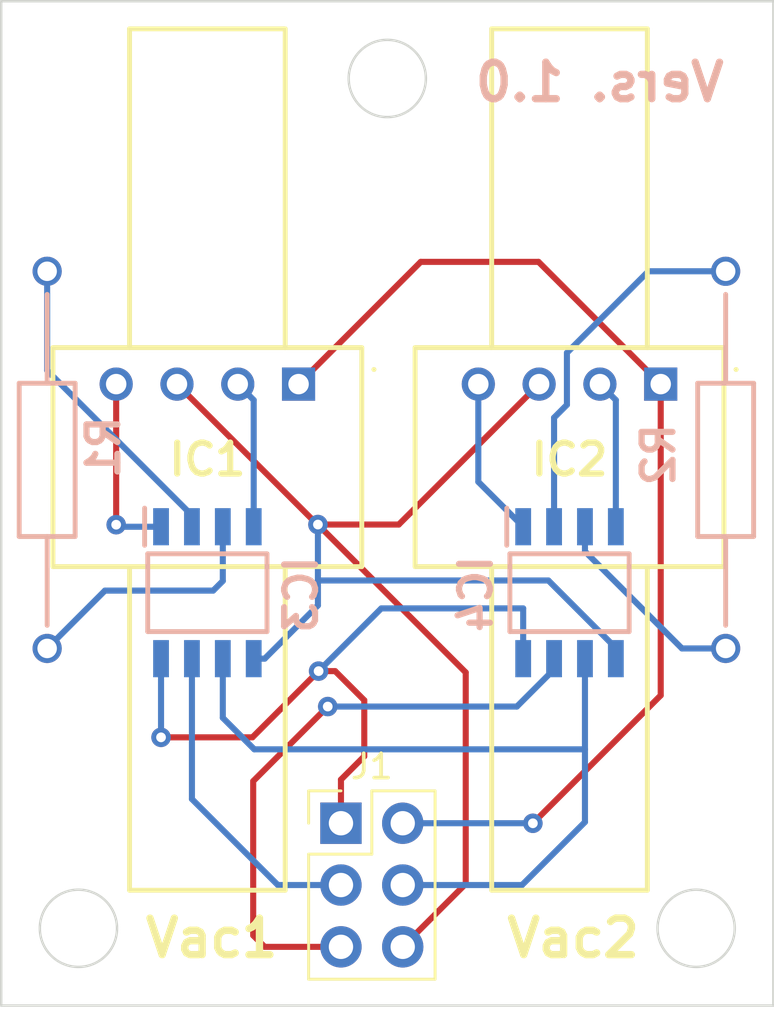
<source format=kicad_pcb>
(kicad_pcb (version 20211014) (generator pcbnew)
  (layers (0 "F.Cu" signal) (31 "B.Cu" signal) (34 "B.Paste" user) (35 "F.Paste" user) (36 "B.SilkS" user "B.Silkscreen") (37 "F.SilkS" user "F.Silkscreen") (38 "B.Mask" user) (39 "F.Mask" user) (44 "Edge.Cuts" user))
  (net 0 "")
  (net 1 "+10V")
  (net 2 "Net-(IC1-Pad2)")
  (net 3 "GND")
  (net 4 "Net-(IC1-Pad4)")
  (net 5 "Net-(IC2-Pad2)")
  (net 6 "Net-(IC2-Pad4)")
  (net 7 "Net-(IC3-Pad2)")
  (net 8 "Net-(IC3-Pad3)")
  (net 9 "+2V5")
  (net 10 "Net-(IC3-Pad7)")
  (net 11 "+5VP")
  (net 12 "Net-(IC4-Pad2)")
  (net 13 "Net-(IC4-Pad3)")
  (net 14 "Net-(IC4-Pad7)")
  (footprint "Samac_Sys:24PCDFA6D" (layer "F.Cu") (at 113.826949 91.935442)
    (fp_text reference "IC1" (at -3.75 3.1) (layer "F.SilkS") (effects (font (size 1.27 1.27) (thickness 0.254))))
    (fp_text value "24PCDFA6D" hide)
    (fp_line (start 3.15 -0.6) (end 3.15 -0.6) (layer "F.SilkS") (width 0.1))
    (fp_line (start -6.95 20.8) (end -0.55 20.8) (layer "F.SilkS") (width 0.2))
    (fp_line (start -0.55 -14.6) (end -0.55 -1.5) (layer "F.SilkS") (width 0.2))
    (fp_line (start -6.95 -14.6) (end -0.55 -14.6) (layer "F.SilkS") (width 0.2))
    (fp_line (start -6.95 7.5) (end -6.95 20.8) (layer "F.SilkS") (width 0.2))
    (fp_line (start 3.05 -0.6) (end 3.05 -0.6) (layer "F.SilkS") (width 0.1))
    (fp_line (start -0.55 20.8) (end -0.55 7.5) (layer "F.SilkS") (width 0.2))
    (fp_line (start 2.6 7.5) (end 2.6 -1.5) (layer "F.SilkS") (width 0.2))
    (fp_line (start 2.6 -1.5) (end -10.1 -1.5) (layer "F.SilkS") (width 0.2))
    (fp_line (start -6.95 -1.5) (end -6.95 -14.6) (layer "F.SilkS") (width 0.2))
    (fp_line (start -10.1 7.5) (end 2.6 7.5) (layer "F.SilkS") (width 0.2))
    (fp_line (start -10.1 -1.5) (end -10.1 7.5) (layer "F.SilkS") (width 0.2))
    (fp_arc (start 3.05 -0.6) (mid 3.1 -0.65) (end 3.15 -0.6) (layer "F.SilkS") (width 0.1))
    (fp_arc (start 3.15 -0.6) (mid 3.1 -0.55) (end 3.05 -0.6) (layer "F.SilkS") (width 0.1))
    (pad "1" thru_hole rect locked (at 0 0) (size 1.365 1.365) (drill 0.84) (layers *.Cu *.Mask) (net 1 "+10V"))
    (pad "2" thru_hole circle locked (at -2.5 0) (size 1.365 1.365) (drill 0.84) (layers *.Cu *.Mask) (net 2 "Net-(IC1-Pad2)"))
    (pad "3" thru_hole circle locked (at -5 0) (size 1.365 1.365) (drill 0.84) (layers *.Cu *.Mask) (net 3 "GND"))
    (pad "4" thru_hole circle locked (at -7.5 0) (size 1.365 1.365) (drill 0.84) (layers *.Cu *.Mask) (net 4 "Net-(IC1-Pad4)"))
  )
  (footprint "Samac_Sys:24PCDFA6D" (layer "F.Cu") (at 128.717951 91.935442)
    (fp_text reference "IC2" (at -3.75 3.1) (layer "F.SilkS") (effects (font (size 1.27 1.27) (thickness 0.254))))
    (fp_text value "24PCDFA6D" hide)
    (fp_line (start -6.95 20.8) (end -0.55 20.8) (layer "F.SilkS") (width 0.2))
    (fp_line (start 3.15 -0.6) (end 3.15 -0.6) (layer "F.SilkS") (width 0.1))
    (fp_line (start -6.95 7.5) (end -6.95 20.8) (layer "F.SilkS") (width 0.2))
    (fp_line (start -0.55 -14.6) (end -0.55 -1.5) (layer "F.SilkS") (width 0.2))
    (fp_line (start 3.05 -0.6) (end 3.05 -0.6) (layer "F.SilkS") (width 0.1))
    (fp_line (start -0.55 20.8) (end -0.55 7.5) (layer "F.SilkS") (width 0.2))
    (fp_line (start -10.1 7.5) (end 2.6 7.5) (layer "F.SilkS") (width 0.2))
    (fp_line (start 2.6 7.5) (end 2.6 -1.5) (layer "F.SilkS") (width 0.2))
    (fp_line (start -10.1 -1.5) (end -10.1 7.5) (layer "F.SilkS") (width 0.2))
    (fp_line (start -6.95 -14.6) (end -0.55 -14.6) (layer "F.SilkS") (width 0.2))
    (fp_line (start 2.6 -1.5) (end -10.1 -1.5) (layer "F.SilkS") (width 0.2))
    (fp_line (start -6.95 -1.5) (end -6.95 -14.6) (layer "F.SilkS") (width 0.2))
    (fp_arc (start 3.05 -0.6) (mid 3.1 -0.65) (end 3.15 -0.6) (layer "F.SilkS") (width 0.1))
    (fp_arc (start 3.15 -0.6) (mid 3.1 -0.55) (end 3.05 -0.6) (layer "F.SilkS") (width 0.1))
    (pad "1" thru_hole rect locked (at 0 0) (size 1.365 1.365) (drill 0.84) (layers *.Cu *.Mask) (net 1 "+10V"))
    (pad "2" thru_hole circle locked (at -2.5 0) (size 1.365 1.365) (drill 0.84) (layers *.Cu *.Mask) (net 5 "Net-(IC2-Pad2)"))
    (pad "3" thru_hole circle locked (at -5 0) (size 1.365 1.365) (drill 0.84) (layers *.Cu *.Mask) (net 3 "GND"))
    (pad "4" thru_hole circle locked (at -7.5 0) (size 1.365 1.365) (drill 0.84) (layers *.Cu *.Mask) (net 6 "Net-(IC2-Pad4)"))
  )
  (footprint "Connector_PinHeader_2.54mm:PinHeader_2x03_P2.54mm_Vertical" (layer "F.Cu") (at 115.57 109.982)
    (fp_text reference "J1" (at 1.27 -2.33) (layer "F.SilkS"))
    (fp_text value "Conn_02x03_Odd_Even")
    (fp_line (start 3.87 -1.33) (end 3.87 6.41) (layer "F.SilkS") (width 0.12))
    (fp_line (start -1.33 6.41) (end 3.87 6.41) (layer "F.SilkS") (width 0.12))
    (fp_line (start 1.27 1.27) (end 1.27 -1.33) (layer "F.SilkS") (width 0.12))
    (fp_line (start -1.33 1.27) (end -1.33 6.41) (layer "F.SilkS") (width 0.12))
    (fp_line (start -1.33 -1.33) (end 0 -1.33) (layer "F.SilkS") (width 0.12))
    (fp_line (start -1.33 1.27) (end 1.27 1.27) (layer "F.SilkS") (width 0.12))
    (fp_line (start -1.33 0) (end -1.33 -1.33) (layer "F.SilkS") (width 0.12))
    (fp_line (start 1.27 -1.33) (end 3.87 -1.33) (layer "F.SilkS") (width 0.12))
    (pad "1" thru_hole rect locked (at 0 0) (size 1.7 1.7) (drill 1) (layers *.Cu *.Mask) (net 11 "+5VP"))
    (pad "2" thru_hole oval locked (at 2.54 0) (size 1.7 1.7) (drill 1) (layers *.Cu *.Mask) (net 1 "+10V"))
    (pad "3" thru_hole oval locked (at 0 2.54) (size 1.7 1.7) (drill 1) (layers *.Cu *.Mask) (net 10 "Net-(IC3-Pad7)"))
    (pad "4" thru_hole oval locked (at 2.54 2.54) (size 1.7 1.7) (drill 1) (layers *.Cu *.Mask) (net 9 "+2V5"))
    (pad "5" thru_hole oval locked (at 0 5.08) (size 1.7 1.7) (drill 1) (layers *.Cu *.Mask) (net 14 "Net-(IC4-Pad7)"))
    (pad "6" thru_hole oval locked (at 2.54 5.08) (size 1.7 1.7) (drill 1) (layers *.Cu *.Mask) (net 3 "GND"))
  )
  (footprint "Samac_Sys:RESAD1550W60L630D230" (layer "B.Cu") (at 131.388728 87.298483 -90)
    (fp_text reference "R2" (at 7.537565 2.761646 90) (layer "B.SilkS") (effects (font (size 1.27 1.27) (thickness 0.254)) (justify mirror)))
    (fp_text value "YR1B665RCC" hide)
    (fp_line (start 10.9 -1.15) (end 4.6 -1.15) (layer "B.SilkS") (width 0.2))
    (fp_line (start 4.6 -1.15) (end 4.6 1.15) (layer "B.SilkS") (width 0.2))
    (fp_line (start 10.9 0) (end 14.55 0) (layer "B.SilkS") (width 0.2))
    (fp_line (start 10.9 1.15) (end 10.9 -1.15) (layer "B.SilkS") (width 0.2))
    (fp_line (start 0.95 0) (end 4.6 0) (layer "B.SilkS") (width 0.2))
    (fp_line (start 4.6 1.15) (end 10.9 1.15) (layer "B.SilkS") (width 0.2))
    (pad "1" thru_hole circle locked (at 0 0 270) (size 1.2 1.2) (drill 0.8) (layers *.Cu *.Mask) (net 12 "Net-(IC4-Pad2)"))
    (pad "2" thru_hole circle locked (at 15.5 0 270) (size 1.2 1.2) (drill 0.8) (layers *.Cu *.Mask) (net 13 "Net-(IC4-Pad3)"))
  )
  (footprint "Samac_Sys:SOIC127P600X175-8N" (layer "B.Cu") (at 124.967951 100.507601 -90)
    (fp_text reference "IC4" (at 0.053273 3.847363 90) (layer "B.SilkS") (effects (font (size 1.27 1.27) (thickness 0.254)) (justify mirror)))
    (fp_text value "INA849DR" hide)
    (fp_line (start 1.598 -2.452) (end -1.598 -2.452) (layer "B.SilkS") (width 0.2))
    (fp_line (start -1.598 -2.452) (end -1.598 2.452) (layer "B.SilkS") (width 0.2))
    (fp_line (start -1.598 2.452) (end 1.598 2.452) (layer "B.SilkS") (width 0.2))
    (fp_line (start 1.598 2.452) (end 1.598 -2.452) (layer "B.SilkS") (width 0.2))
    (fp_line (start -3.475 2.58) (end -1.948 2.58) (layer "B.SilkS") (width 0.2))
    (pad "1" smd rect locked (at -2.711 1.905 180) (size 0.65 1.528) (layers "B.Cu" "B.Paste" "B.Mask") (net 6 "Net-(IC2-Pad4)"))
    (pad "2" smd rect locked (at -2.711 0.635 180) (size 0.65 1.528) (layers "B.Cu" "B.Paste" "B.Mask") (net 12 "Net-(IC4-Pad2)"))
    (pad "3" smd rect locked (at -2.711 -0.635 180) (size 0.65 1.528) (layers "B.Cu" "B.Paste" "B.Mask") (net 13 "Net-(IC4-Pad3)"))
    (pad "4" smd rect locked (at -2.711 -1.905 180) (size 0.65 1.528) (layers "B.Cu" "B.Paste" "B.Mask") (net 5 "Net-(IC2-Pad2)"))
    (pad "5" smd rect locked (at 2.711 -1.905 180) (size 0.65 1.528) (layers "B.Cu" "B.Paste" "B.Mask") (net 3 "GND"))
    (pad "6" smd rect locked (at 2.711 -0.635 180) (size 0.65 1.528) (layers "B.Cu" "B.Paste" "B.Mask") (net 9 "+2V5"))
    (pad "7" smd rect locked (at 2.711 0.635 180) (size 0.65 1.528) (layers "B.Cu" "B.Paste" "B.Mask") (net 14 "Net-(IC4-Pad7)"))
    (pad "8" smd rect locked (at 2.711 1.905 180) (size 0.65 1.528) (layers "B.Cu" "B.Paste" "B.Mask") (net 11 "+5VP"))
  )
  (footprint "Samac_Sys:SOIC127P600X175-8N" (layer "B.Cu") (at 110.076949 100.507601 -90)
    (fp_text reference "IC3" (at 0.07938 -3.852824 90) (layer "B.SilkS") (effects (font (size 1.27 1.27) (thickness 0.254)) (justify mirror)))
    (fp_text value "INA849DR" hide)
    (fp_line (start -1.598 2.452) (end 1.598 2.452) (layer "B.SilkS") (width 0.2))
    (fp_line (start -1.598 -2.452) (end -1.598 2.452) (layer "B.SilkS") (width 0.2))
    (fp_line (start 1.598 -2.452) (end -1.598 -2.452) (layer "B.SilkS") (width 0.2))
    (fp_line (start 1.598 2.452) (end 1.598 -2.452) (layer "B.SilkS") (width 0.2))
    (fp_line (start -3.475 2.58) (end -1.948 2.58) (layer "B.SilkS") (width 0.2))
    (pad "1" smd rect locked (at -2.711 1.905 180) (size 0.65 1.528) (layers "B.Cu" "B.Paste" "B.Mask") (net 4 "Net-(IC1-Pad4)"))
    (pad "2" smd rect locked (at -2.711 0.635 180) (size 0.65 1.528) (layers "B.Cu" "B.Paste" "B.Mask") (net 7 "Net-(IC3-Pad2)"))
    (pad "3" smd rect locked (at -2.711 -0.635 180) (size 0.65 1.528) (layers "B.Cu" "B.Paste" "B.Mask") (net 8 "Net-(IC3-Pad3)"))
    (pad "4" smd rect locked (at -2.711 -1.905 180) (size 0.65 1.528) (layers "B.Cu" "B.Paste" "B.Mask") (net 2 "Net-(IC1-Pad2)"))
    (pad "5" smd rect locked (at 2.711 -1.905 180) (size 0.65 1.528) (layers "B.Cu" "B.Paste" "B.Mask") (net 3 "GND"))
    (pad "6" smd rect locked (at 2.711 -0.635 180) (size 0.65 1.528) (layers "B.Cu" "B.Paste" "B.Mask") (net 9 "+2V5"))
    (pad "7" smd rect locked (at 2.711 0.635 180) (size 0.65 1.528) (layers "B.Cu" "B.Paste" "B.Mask") (net 10 "Net-(IC3-Pad7)"))
    (pad "8" smd rect locked (at 2.711 1.905 180) (size 0.65 1.528) (layers "B.Cu" "B.Paste" "B.Mask") (net 11 "+5VP"))
  )
  (footprint "Samac_Sys:RESAD1550W60L630D230" (layer "B.Cu") (at 103.489017 87.298483 -90)
    (fp_text reference "R1" (at 7.230716 -2.313174 90) (layer "B.SilkS") (effects (font (size 1.27 1.27) (thickness 0.254)) (justify mirror)))
    (fp_text value "YR1B665RCC" hide)
    (fp_line (start 10.9 1.15) (end 10.9 -1.15) (layer "B.SilkS") (width 0.2))
    (fp_line (start 0.95 0) (end 4.6 0) (layer "B.SilkS") (width 0.2))
    (fp_line (start 10.9 -1.15) (end 4.6 -1.15) (layer "B.SilkS") (width 0.2))
    (fp_line (start 10.9 0) (end 14.55 0) (layer "B.SilkS") (width 0.2))
    (fp_line (start 4.6 -1.15) (end 4.6 1.15) (layer "B.SilkS") (width 0.2))
    (fp_line (start 4.6 1.15) (end 10.9 1.15) (layer "B.SilkS") (width 0.2))
    (pad "1" thru_hole circle locked (at 0 0 270) (size 1.2 1.2) (drill 0.8) (layers *.Cu *.Mask) (net 7 "Net-(IC3-Pad2)"))
    (pad "2" thru_hole circle locked (at 15.5 0 270) (size 1.2 1.2) (drill 0.8) (layers *.Cu *.Mask) (net 8 "Net-(IC3-Pad3)"))
  )
  (gr_line (start 133.35 117.475) (end 133.35 76.2) (layer "Edge.Cuts") (width 0.1))
  (gr_circle (center 104.775 114.3) (end 106.3625 114.3) (layer "Edge.Cuts") (width 0.1) (fill none))
  (gr_circle (center 117.475 79.375) (end 119.0625 79.375) (layer "Edge.Cuts") (width 0.1) (fill none))
  (gr_line (start 101.6 76.2) (end 101.6 117.475) (layer "Edge.Cuts") (width 0.1))
  (gr_line (start 133.35 76.2) (end 101.6 76.2) (layer "Edge.Cuts") (width 0.1))
  (gr_circle (center 130.175 114.3) (end 131.7625 114.3) (layer "Edge.Cuts") (width 0.1) (fill none))
  (gr_line (start 101.6 117.475) (end 133.35 117.475) (layer "Edge.Cuts") (width 0.1))
  (gr_text "Vers. 1.0" (at 126.207531 79.527241) (layer "B.SilkS") (effects (font (size 1.5 1.5) (thickness 0.3)) (justify mirror)))
  (gr_text "Vac2" (at 125.118915 114.703544) (layer "F.SilkS") (effects (font (size 1.5 1.5) (thickness 0.3))))
  (gr_text "Vac1" (at 110.253999 114.703544) (layer "F.SilkS") (effects (font (size 1.5 1.5) (thickness 0.3))))
  (segment (start 118.850293 86.912098) (end 123.694607 86.912098) (width 0.25) (layer "F.Cu") (net 1))
  (segment (start 123.694607 86.912098) (end 128.717951 91.935442) (width 0.25) (layer "F.Cu") (net 1))
  (segment (start 128.717951 104.727731) (end 123.461404 109.984278) (width 0.25) (layer "F.Cu") (net 1))
  (segment (start 128.717951 91.935442) (end 128.717951 104.727731) (width 0.25) (layer "F.Cu") (net 1))
  (segment (start 113.826949 91.935442) (end 118.850293 86.912098) (width 0.25) (layer "F.Cu") (net 1))
  (via (at 123.461404 109.984278) (size 0.8) (drill 0.4) (layers "F.Cu" "B.Cu") (net 1))
  (segment (start 123.461404 109.984278) (end 123.459126 109.982) (width 0.25) (layer "B.Cu") (net 1))
  (segment (start 123.459126 109.982) (end 118.11 109.982) (width 0.25) (layer "B.Cu") (net 1))
  (segment (start 111.981949 97.796601) (end 111.981949 92.590442) (width 0.25) (layer "B.Cu") (net 2))
  (segment (start 111.981949 92.590442) (end 111.326949 91.935442) (width 0.25) (layer "B.Cu") (net 2))
  (segment (start 120.700254 112.471746) (end 118.11 115.062) (width 0.25) (layer "F.Cu") (net 3))
  (segment (start 120.700254 103.784645) (end 114.622654 97.707045) (width 0.25) (layer "F.Cu") (net 3))
  (segment (start 114.598552 97.707045) (end 114.622654 97.707045) (width 0.25) (layer "F.Cu") (net 3))
  (segment (start 117.946348 97.707045) (end 114.622654 97.707045) (width 0.25) (layer "F.Cu") (net 3))
  (segment (start 123.717951 91.935442) (end 117.946348 97.707045) (width 0.25) (layer "F.Cu") (net 3))
  (segment (start 108.826949 91.935442) (end 114.598552 97.707045) (width 0.25) (layer "F.Cu") (net 3))
  (segment (start 120.700254 103.784645) (end 120.700254 112.471746) (width 0.25) (layer "F.Cu") (net 3))
  (via (at 114.622654 97.707045) (size 0.8) (drill 0.4) (layers "F.Cu" "B.Cu") (net 3))
  (segment (start 126.872951 102.779601) (end 124.099294 100.005944) (width 0.25) (layer "B.Cu") (net 3))
  (segment (start 111.981949 103.218601) (end 112.434792 103.218601) (width 0.25) (layer "B.Cu") (net 3))
  (segment (start 126.872951 103.218601) (end 126.872951 102.750579) (width 0.25) (layer "B.Cu") (net 3))
  (segment (start 124.099294 100.005944) (end 114.622654 100.005944) (width 0.25) (layer "B.Cu") (net 3))
  (segment (start 126.872951 103.218601) (end 126.872951 102.779601) (width 0.25) (layer "B.Cu") (net 3))
  (segment (start 114.622654 100.005944) (end 114.622654 97.707045) (width 0.25) (layer "B.Cu") (net 3))
  (segment (start 112.434792 103.218601) (end 114.622654 101.030739) (width 0.25) (layer "B.Cu") (net 3))
  (segment (start 114.622654 101.030739) (end 114.622654 100.005944) (width 0.25) (layer "B.Cu") (net 3))
  (segment (start 106.326949 91.935442) (end 106.326949 97.713633) (width 0.25) (layer "F.Cu") (net 4))
  (via (at 106.326949 97.713633) (size 0.8) (drill 0.4) (layers "F.Cu" "B.Cu") (net 4))
  (segment (start 106.409917 97.796601) (end 106.326949 97.713633) (width 0.25) (layer "B.Cu") (net 4))
  (segment (start 108.171949 97.796601) (end 106.409917 97.796601) (width 0.25) (layer "B.Cu") (net 4))
  (segment (start 126.872951 92.590442) (end 126.217951 91.935442) (width 0.25) (layer "B.Cu") (net 5))
  (segment (start 126.872951 97.796601) (end 126.872951 92.590442) (width 0.25) (layer "B.Cu") (net 5))
  (segment (start 121.217951 91.935442) (end 121.217951 95.951601) (width 0.25) (layer "B.Cu") (net 6))
  (segment (start 121.217951 95.951601) (end 123.062951 97.796601) (width 0.25) (layer "B.Cu") (net 6))
  (segment (start 103.489017 91.375647) (end 109.441949 97.328579) (width 0.25) (layer "B.Cu") (net 7))
  (segment (start 103.489017 87.298483) (end 103.489017 91.375647) (width 0.25) (layer "B.Cu") (net 7))
  (segment (start 109.441949 97.328579) (end 109.441949 97.796601) (width 0.25) (layer "B.Cu") (net 7))
  (segment (start 110.711949 100.026098) (end 110.711949 97.796601) (width 0.25) (layer "B.Cu") (net 8))
  (segment (start 110.316501 100.421546) (end 110.711949 100.026098) (width 0.25) (layer "B.Cu") (net 8))
  (segment (start 103.489017 102.798483) (end 105.865954 100.421546) (width 0.25) (layer "B.Cu") (net 8))
  (segment (start 105.865954 100.421546) (end 110.316501 100.421546) (width 0.25) (layer "B.Cu") (net 8))
  (segment (start 110.711949 103.218601) (end 110.711949 105.650431) (width 0.25) (layer "B.Cu") (net 9))
  (segment (start 118.11 112.522) (end 123.013732 112.522) (width 0.25) (layer "B.Cu") (net 9))
  (segment (start 112.006131 106.944613) (end 125.602951 106.944613) (width 0.25) (layer "B.Cu") (net 9))
  (segment (start 110.711949 105.650431) (end 112.006131 106.944613) (width 0.25) (layer "B.Cu") (net 9))
  (segment (start 125.602951 109.932781) (end 125.602951 106.944613) (width 0.25) (layer "B.Cu") (net 9))
  (segment (start 125.602951 106.944613) (end 125.602951 103.218601) (width 0.25) (layer "B.Cu") (net 9))
  (segment (start 123.013732 112.522) (end 125.602951 109.932781) (width 0.25) (layer "B.Cu") (net 9))
  (segment (start 112.975583 112.522) (end 115.57 112.522) (width 0.25) (layer "B.Cu") (net 10))
  (segment (start 109.441949 108.988366) (end 112.975583 112.522) (width 0.25) (layer "B.Cu") (net 10))
  (segment (start 109.441949 103.218601) (end 109.441949 108.988366) (width 0.25) (layer "B.Cu") (net 10))
  (segment (start 115.57 108.189089) (end 115.57 109.982) (width 0.25) (layer "F.Cu") (net 11))
  (segment (start 111.929274 106.452144) (end 114.650733 103.730685) (width 0.25) (layer "F.Cu") (net 11))
  (segment (start 114.650733 103.730685) (end 115.331748 103.730685) (width 0.25) (layer "F.Cu") (net 11))
  (segment (start 108.171949 106.452144) (end 111.929274 106.452144) (width 0.25) (layer "F.Cu") (net 11))
  (segment (start 116.529395 107.229694) (end 115.57 108.189089) (width 0.25) (layer "F.Cu") (net 11))
  (segment (start 115.331748 103.730685) (end 116.529395 104.928332) (width 0.25) (layer "F.Cu") (net 11))
  (segment (start 116.529395 104.928332) (end 116.529395 107.229694) (width 0.25) (layer "F.Cu") (net 11))
  (via (at 114.650733 103.730685) (size 0.8) (drill 0.4) (layers "F.Cu" "B.Cu") (net 11))
  (via (at 108.171949 106.452144) (size 0.8) (drill 0.4) (layers "F.Cu" "B.Cu") (net 11))
  (segment (start 117.22869 101.152728) (end 114.650733 103.730685) (width 0.25) (layer "B.Cu") (net 11))
  (segment (start 123.062951 101.152728) (end 117.22869 101.152728) (width 0.25) (layer "B.Cu") (net 11))
  (segment (start 123.062951 103.218601) (end 123.062951 101.152728) (width 0.25) (layer "B.Cu") (net 11))
  (segment (start 108.171949 103.218601) (end 108.171949 106.452144) (width 0.25) (layer "B.Cu") (net 11))
  (segment (start 124.861439 90.648735) (end 128.211691 87.298483) (width 0.25) (layer "B.Cu") (net 12))
  (segment (start 124.332951 93.314201) (end 124.861439 92.785713) (width 0.25) (layer "B.Cu") (net 12))
  (segment (start 124.861439 92.785713) (end 124.861439 90.648735) (width 0.25) (layer "B.Cu") (net 12))
  (segment (start 128.211691 87.298483) (end 131.388728 87.298483) (width 0.25) (layer "B.Cu") (net 12))
  (segment (start 124.332951 97.796601) (end 124.332951 93.314201) (width 0.25) (layer "B.Cu") (net 12))
  (segment (start 129.590833 102.798483) (end 125.602951 98.810601) (width 0.25) (layer "B.Cu") (net 13))
  (segment (start 125.602951 98.810601) (end 125.602951 97.796601) (width 0.25) (layer "B.Cu") (net 13))
  (segment (start 131.388728 102.798483) (end 129.590833 102.798483) (width 0.25) (layer "B.Cu") (net 13))
  (segment (start 115.57 115.062) (end 112.432195 115.062) (width 0.25) (layer "F.Cu") (net 14))
  (segment (start 112.432195 115.062) (end 111.961898 114.591703) (width 0.25) (layer "F.Cu") (net 14))
  (segment (start 111.961898 114.591703) (end 111.961898 108.251217) (width 0.25) (layer "F.Cu") (net 14))
  (segment (start 111.961898 108.251217) (end 115.026466 105.186649) (width 0.25) (layer "F.Cu") (net 14))
  (via (at 115.026466 105.186649) (size 0.8) (drill 0.4) (layers "F.Cu" "B.Cu") (net 14))
  (segment (start 122.803903 105.186649) (end 124.332951 103.657601) (width 0.25) (layer "B.Cu") (net 14))
  (segment (start 124.332951 103.657601) (end 124.332951 103.218601) (width 0.25) (layer "B.Cu") (net 14))
  (segment (start 115.026466 105.186649) (end 122.803903 105.186649) (width 0.25) (layer "B.Cu") (net 14))
)
</source>
